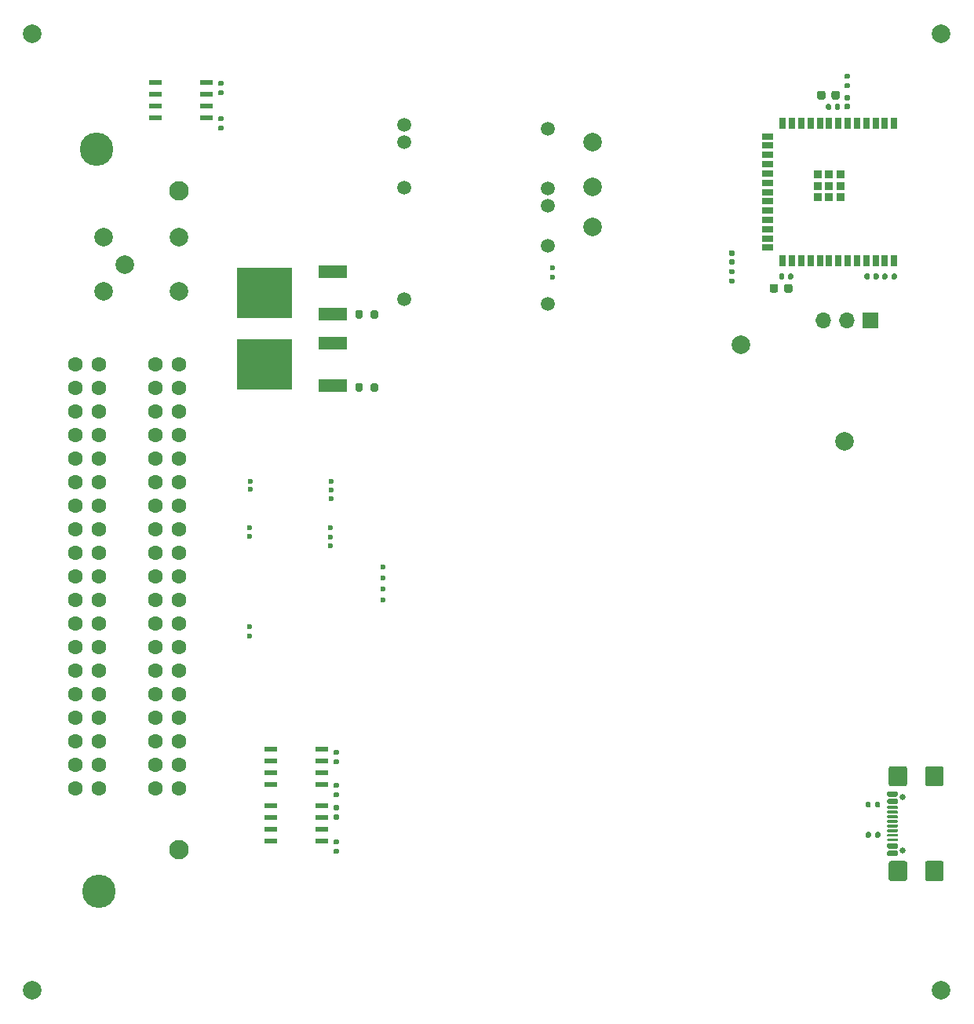
<source format=gts>
G04 #@! TF.GenerationSoftware,KiCad,Pcbnew,8.0.6-8.0.6-0~ubuntu22.04.1*
G04 #@! TF.CreationDate,2024-11-20T01:36:18+00:00*
G04 #@! TF.ProjectId,hellenbremen,68656c6c-656e-4627-9265-6d656e2e6b69,rev?*
G04 #@! TF.SameCoordinates,Original*
G04 #@! TF.FileFunction,Soldermask,Top*
G04 #@! TF.FilePolarity,Negative*
%FSLAX46Y46*%
G04 Gerber Fmt 4.6, Leading zero omitted, Abs format (unit mm)*
G04 Created by KiCad (PCBNEW 8.0.6-8.0.6-0~ubuntu22.04.1) date 2024-11-20 01:36:18*
%MOMM*%
%LPD*%
G01*
G04 APERTURE LIST*
%ADD10C,2.000000*%
%ADD11R,3.048000X1.397000*%
%ADD12R,5.918200X5.511800*%
%ADD13C,0.600000*%
%ADD14C,1.500000*%
%ADD15R,0.711200X1.295400*%
%ADD16R,1.295400X0.711200*%
%ADD17R,0.889000X0.889000*%
%ADD18R,1.700000X1.700000*%
%ADD19O,1.700000X1.700000*%
%ADD20R,1.460500X0.533400*%
%ADD21C,0.650000*%
%ADD22C,3.600000*%
%ADD23C,2.100000*%
%ADD24C,1.600000*%
G04 APERTURE END LIST*
G04 #@! TO.C,R2*
G36*
G01*
X93490000Y18981000D02*
X93490000Y18611000D01*
G75*
G02*
X93355000Y18476000I-135000J0D01*
G01*
X93085000Y18476000D01*
G75*
G02*
X92950000Y18611000I0J135000D01*
G01*
X92950000Y18981000D01*
G75*
G02*
X93085000Y19116000I135000J0D01*
G01*
X93355000Y19116000D01*
G75*
G02*
X93490000Y18981000I0J-135000D01*
G01*
G37*
G36*
G01*
X92470000Y18981000D02*
X92470000Y18611000D01*
G75*
G02*
X92335000Y18476000I-135000J0D01*
G01*
X92065000Y18476000D01*
G75*
G02*
X91930000Y18611000I0J135000D01*
G01*
X91930000Y18981000D01*
G75*
G02*
X92065000Y19116000I135000J0D01*
G01*
X92335000Y19116000D01*
G75*
G02*
X92470000Y18981000I0J-135000D01*
G01*
G37*
G04 #@! TD*
D10*
G04 #@! TO.C,FID1*
X2032000Y105156000D03*
G04 #@! TD*
G04 #@! TO.C,C1*
G36*
G01*
X86672000Y98302000D02*
X86672000Y98802000D01*
G75*
G02*
X86897000Y99027000I225000J0D01*
G01*
X87347000Y99027000D01*
G75*
G02*
X87572000Y98802000I0J-225000D01*
G01*
X87572000Y98302000D01*
G75*
G02*
X87347000Y98077000I-225000J0D01*
G01*
X86897000Y98077000D01*
G75*
G02*
X86672000Y98302000I0J225000D01*
G01*
G37*
G36*
G01*
X88222000Y98302000D02*
X88222000Y98802000D01*
G75*
G02*
X88447000Y99027000I225000J0D01*
G01*
X88897000Y99027000D01*
G75*
G02*
X89122000Y98802000I0J-225000D01*
G01*
X89122000Y98302000D01*
G75*
G02*
X88897000Y98077000I-225000J0D01*
G01*
X88447000Y98077000D01*
G75*
G02*
X88222000Y98302000I0J225000D01*
G01*
G37*
G04 #@! TD*
G04 #@! TO.C,R5*
G36*
G01*
X34613000Y18306000D02*
X34983000Y18306000D01*
G75*
G02*
X35118000Y18171000I0J-135000D01*
G01*
X35118000Y17901000D01*
G75*
G02*
X34983000Y17766000I-135000J0D01*
G01*
X34613000Y17766000D01*
G75*
G02*
X34478000Y17901000I0J135000D01*
G01*
X34478000Y18171000D01*
G75*
G02*
X34613000Y18306000I135000J0D01*
G01*
G37*
G36*
G01*
X34613000Y17286000D02*
X34983000Y17286000D01*
G75*
G02*
X35118000Y17151000I0J-135000D01*
G01*
X35118000Y16881000D01*
G75*
G02*
X34983000Y16746000I-135000J0D01*
G01*
X34613000Y16746000D01*
G75*
G02*
X34478000Y16881000I0J135000D01*
G01*
X34478000Y17151000D01*
G75*
G02*
X34613000Y17286000I135000J0D01*
G01*
G37*
G04 #@! TD*
G04 #@! TO.C,R7*
G36*
G01*
X77285000Y79795000D02*
X77655000Y79795000D01*
G75*
G02*
X77790000Y79660000I0J-135000D01*
G01*
X77790000Y79390000D01*
G75*
G02*
X77655000Y79255000I-135000J0D01*
G01*
X77285000Y79255000D01*
G75*
G02*
X77150000Y79390000I0J135000D01*
G01*
X77150000Y79660000D01*
G75*
G02*
X77285000Y79795000I135000J0D01*
G01*
G37*
G36*
G01*
X77285000Y78775000D02*
X77655000Y78775000D01*
G75*
G02*
X77790000Y78640000I0J-135000D01*
G01*
X77790000Y78370000D01*
G75*
G02*
X77655000Y78235000I-135000J0D01*
G01*
X77285000Y78235000D01*
G75*
G02*
X77150000Y78370000I0J135000D01*
G01*
X77150000Y78640000D01*
G75*
G02*
X77285000Y78775000I135000J0D01*
G01*
G37*
G04 #@! TD*
G04 #@! TO.C,R1*
G36*
G01*
X93480000Y22235000D02*
X93480000Y21865000D01*
G75*
G02*
X93345000Y21730000I-135000J0D01*
G01*
X93075000Y21730000D01*
G75*
G02*
X92940000Y21865000I0J135000D01*
G01*
X92940000Y22235000D01*
G75*
G02*
X93075000Y22370000I135000J0D01*
G01*
X93345000Y22370000D01*
G75*
G02*
X93480000Y22235000I0J-135000D01*
G01*
G37*
G36*
G01*
X92460000Y22235000D02*
X92460000Y21865000D01*
G75*
G02*
X92325000Y21730000I-135000J0D01*
G01*
X92055000Y21730000D01*
G75*
G02*
X91920000Y21865000I0J135000D01*
G01*
X91920000Y22235000D01*
G75*
G02*
X92055000Y22370000I135000J0D01*
G01*
X92325000Y22370000D01*
G75*
G02*
X92460000Y22235000I0J-135000D01*
G01*
G37*
G04 #@! TD*
D11*
G04 #@! TO.C,Q2*
X34394200Y74910000D03*
D12*
X27040900Y77200000D03*
D11*
X34394200Y79490000D03*
G04 #@! TD*
D10*
G04 #@! TO.C,FID4*
X100076000Y2032000D03*
G04 #@! TD*
G04 #@! TO.C,D3*
G36*
G01*
X91771000Y78821500D02*
X91771000Y79166500D01*
G75*
G02*
X91918500Y79314000I147500J0D01*
G01*
X92213500Y79314000D01*
G75*
G02*
X92361000Y79166500I0J-147500D01*
G01*
X92361000Y78821500D01*
G75*
G02*
X92213500Y78674000I-147500J0D01*
G01*
X91918500Y78674000D01*
G75*
G02*
X91771000Y78821500I0J147500D01*
G01*
G37*
G36*
G01*
X92741000Y78821500D02*
X92741000Y79166500D01*
G75*
G02*
X92888500Y79314000I147500J0D01*
G01*
X93183500Y79314000D01*
G75*
G02*
X93331000Y79166500I0J-147500D01*
G01*
X93331000Y78821500D01*
G75*
G02*
X93183500Y78674000I-147500J0D01*
G01*
X92888500Y78674000D01*
G75*
G02*
X92741000Y78821500I0J147500D01*
G01*
G37*
G04 #@! TD*
D13*
G04 #@! TO.C,M4*
X39837000Y45305000D03*
X39837000Y44105000D03*
X39837000Y46505000D03*
X39837000Y47705000D03*
X25412000Y41245000D03*
X25412000Y40245000D03*
G04 #@! TD*
G04 #@! TO.C,C4*
G36*
G01*
X82580000Y78824000D02*
X82580000Y79164000D01*
G75*
G02*
X82720000Y79304000I140000J0D01*
G01*
X83000000Y79304000D01*
G75*
G02*
X83140000Y79164000I0J-140000D01*
G01*
X83140000Y78824000D01*
G75*
G02*
X83000000Y78684000I-140000J0D01*
G01*
X82720000Y78684000D01*
G75*
G02*
X82580000Y78824000I0J140000D01*
G01*
G37*
G36*
G01*
X83540000Y78824000D02*
X83540000Y79164000D01*
G75*
G02*
X83680000Y79304000I140000J0D01*
G01*
X83960000Y79304000D01*
G75*
G02*
X84100000Y79164000I0J-140000D01*
G01*
X84100000Y78824000D01*
G75*
G02*
X83960000Y78684000I-140000J0D01*
G01*
X83680000Y78684000D01*
G75*
G02*
X83540000Y78824000I0J140000D01*
G01*
G37*
G04 #@! TD*
G04 #@! TO.C,R8*
G36*
G01*
X39325000Y67331000D02*
X39325000Y66781000D01*
G75*
G02*
X39125000Y66581000I-200000J0D01*
G01*
X38725000Y66581000D01*
G75*
G02*
X38525000Y66781000I0J200000D01*
G01*
X38525000Y67331000D01*
G75*
G02*
X38725000Y67531000I200000J0D01*
G01*
X39125000Y67531000D01*
G75*
G02*
X39325000Y67331000I0J-200000D01*
G01*
G37*
G36*
G01*
X37675000Y67331000D02*
X37675000Y66781000D01*
G75*
G02*
X37475000Y66581000I-200000J0D01*
G01*
X37075000Y66581000D01*
G75*
G02*
X36875000Y66781000I0J200000D01*
G01*
X36875000Y67331000D01*
G75*
G02*
X37075000Y67531000I200000J0D01*
G01*
X37475000Y67531000D01*
G75*
G02*
X37675000Y67331000I0J-200000D01*
G01*
G37*
G04 #@! TD*
D10*
G04 #@! TO.C,FID3*
X2032000Y2032000D03*
G04 #@! TD*
G04 #@! TO.C,D1*
G36*
G01*
X77297500Y81829000D02*
X77642500Y81829000D01*
G75*
G02*
X77790000Y81681500I0J-147500D01*
G01*
X77790000Y81386500D01*
G75*
G02*
X77642500Y81239000I-147500J0D01*
G01*
X77297500Y81239000D01*
G75*
G02*
X77150000Y81386500I0J147500D01*
G01*
X77150000Y81681500D01*
G75*
G02*
X77297500Y81829000I147500J0D01*
G01*
G37*
G36*
G01*
X77297500Y80859000D02*
X77642500Y80859000D01*
G75*
G02*
X77790000Y80711500I0J-147500D01*
G01*
X77790000Y80416500D01*
G75*
G02*
X77642500Y80269000I-147500J0D01*
G01*
X77297500Y80269000D01*
G75*
G02*
X77150000Y80416500I0J147500D01*
G01*
X77150000Y80711500D01*
G75*
G02*
X77297500Y80859000I147500J0D01*
G01*
G37*
G04 #@! TD*
G04 #@! TO.C,D2*
G36*
G01*
X90088500Y97010000D02*
X89743500Y97010000D01*
G75*
G02*
X89596000Y97157500I0J147500D01*
G01*
X89596000Y97452500D01*
G75*
G02*
X89743500Y97600000I147500J0D01*
G01*
X90088500Y97600000D01*
G75*
G02*
X90236000Y97452500I0J-147500D01*
G01*
X90236000Y97157500D01*
G75*
G02*
X90088500Y97010000I-147500J0D01*
G01*
G37*
G36*
G01*
X90088500Y97980000D02*
X89743500Y97980000D01*
G75*
G02*
X89596000Y98127500I0J147500D01*
G01*
X89596000Y98422500D01*
G75*
G02*
X89743500Y98570000I147500J0D01*
G01*
X90088500Y98570000D01*
G75*
G02*
X90236000Y98422500I0J-147500D01*
G01*
X90236000Y98127500D01*
G75*
G02*
X90088500Y97980000I-147500J0D01*
G01*
G37*
G04 #@! TD*
D11*
G04 #@! TO.C,Q1*
X34394200Y67210000D03*
D12*
X27040900Y69500000D03*
D11*
X34394200Y71790000D03*
G04 #@! TD*
D14*
G04 #@! TO.C,M2*
X57658995Y94922999D03*
X57658995Y88523002D03*
X57658995Y86622999D03*
X57658995Y82322999D03*
D13*
X58108994Y79923002D03*
X58108994Y78923001D03*
D14*
X57658995Y76072999D03*
X42158998Y95373001D03*
X42158998Y93523002D03*
X42158998Y88572999D03*
X42158998Y76523001D03*
G04 #@! TD*
G04 #@! TO.C,R11*
G36*
G01*
X39325000Y75205000D02*
X39325000Y74655000D01*
G75*
G02*
X39125000Y74455000I-200000J0D01*
G01*
X38725000Y74455000D01*
G75*
G02*
X38525000Y74655000I0J200000D01*
G01*
X38525000Y75205000D01*
G75*
G02*
X38725000Y75405000I200000J0D01*
G01*
X39125000Y75405000D01*
G75*
G02*
X39325000Y75205000I0J-200000D01*
G01*
G37*
G36*
G01*
X37675000Y75205000D02*
X37675000Y74655000D01*
G75*
G02*
X37475000Y74455000I-200000J0D01*
G01*
X37075000Y74455000D01*
G75*
G02*
X36875000Y74655000I0J200000D01*
G01*
X36875000Y75205000D01*
G75*
G02*
X37075000Y75405000I200000J0D01*
G01*
X37475000Y75405000D01*
G75*
G02*
X37675000Y75205000I0J-200000D01*
G01*
G37*
G04 #@! TD*
D10*
G04 #@! TO.C,TP5*
X89662000Y61214000D03*
G04 #@! TD*
D15*
G04 #@! TO.C,U1*
X94980001Y95504000D03*
X93980000Y95504000D03*
X92980000Y95504000D03*
X91979999Y95504000D03*
X90980001Y95504000D03*
X89980001Y95504000D03*
X88980000Y95504000D03*
X87979999Y95504000D03*
X86979999Y95504000D03*
X85980001Y95504000D03*
X84980000Y95504000D03*
X83980000Y95504000D03*
X82979999Y95504000D03*
D16*
X81330000Y94104001D03*
X81330000Y93104000D03*
X81330000Y92104000D03*
X81330000Y91103999D03*
X81330000Y90104001D03*
X81330000Y89104001D03*
X81330000Y88104000D03*
X81330000Y87103999D03*
X81330000Y86103999D03*
X81330000Y85104001D03*
X81330000Y84104000D03*
X81330000Y83104000D03*
X81330000Y82103999D03*
D15*
X82979999Y80704000D03*
X83980000Y80704000D03*
X84980000Y80704000D03*
X85980001Y80704000D03*
X86979999Y80704000D03*
X87979999Y80704000D03*
X88980000Y80704000D03*
X89980001Y80704000D03*
X90980001Y80704000D03*
X91979999Y80704000D03*
X92980000Y80704000D03*
X93980000Y80704000D03*
X94980001Y80704000D03*
D17*
X89180000Y89984000D03*
X89180000Y88784000D03*
X89180000Y87584000D03*
X87980000Y89984000D03*
X87980000Y88784000D03*
X87980000Y87584000D03*
X86780000Y89984000D03*
X86780000Y88784000D03*
X86780000Y87584000D03*
G04 #@! TD*
D10*
G04 #@! TO.C,TP4*
X62484000Y88646000D03*
G04 #@! TD*
D18*
G04 #@! TO.C,J2*
X92441000Y74290000D03*
D19*
X89901000Y74290000D03*
X87361000Y74290000D03*
G04 #@! TD*
D20*
G04 #@! TO.C,U2*
X33224150Y24190000D03*
X33224150Y25460000D03*
X33224150Y26730000D03*
X33224150Y28000000D03*
X27775850Y28000000D03*
X27775850Y26730000D03*
X27775850Y25460000D03*
X27775850Y24190000D03*
G04 #@! TD*
G04 #@! TO.C,C2*
G36*
G01*
X87632000Y97112000D02*
X87632000Y97452000D01*
G75*
G02*
X87772000Y97592000I140000J0D01*
G01*
X88052000Y97592000D01*
G75*
G02*
X88192000Y97452000I0J-140000D01*
G01*
X88192000Y97112000D01*
G75*
G02*
X88052000Y96972000I-140000J0D01*
G01*
X87772000Y96972000D01*
G75*
G02*
X87632000Y97112000I0J140000D01*
G01*
G37*
G36*
G01*
X88592000Y97112000D02*
X88592000Y97452000D01*
G75*
G02*
X88732000Y97592000I140000J0D01*
G01*
X89012000Y97592000D01*
G75*
G02*
X89152000Y97452000I0J-140000D01*
G01*
X89152000Y97112000D01*
G75*
G02*
X89012000Y96972000I-140000J0D01*
G01*
X88732000Y96972000D01*
G75*
G02*
X88592000Y97112000I0J140000D01*
G01*
G37*
G04 #@! TD*
D10*
G04 #@! TO.C,TP3*
X62470500Y84314501D03*
G04 #@! TD*
G04 #@! TO.C,R12*
G36*
G01*
X22167000Y96284000D02*
X22537000Y96284000D01*
G75*
G02*
X22672000Y96149000I0J-135000D01*
G01*
X22672000Y95879000D01*
G75*
G02*
X22537000Y95744000I-135000J0D01*
G01*
X22167000Y95744000D01*
G75*
G02*
X22032000Y95879000I0J135000D01*
G01*
X22032000Y96149000D01*
G75*
G02*
X22167000Y96284000I135000J0D01*
G01*
G37*
G36*
G01*
X22167000Y95264000D02*
X22537000Y95264000D01*
G75*
G02*
X22672000Y95129000I0J-135000D01*
G01*
X22672000Y94859000D01*
G75*
G02*
X22537000Y94724000I-135000J0D01*
G01*
X22167000Y94724000D01*
G75*
G02*
X22032000Y94859000I0J135000D01*
G01*
X22032000Y95129000D01*
G75*
G02*
X22167000Y95264000I135000J0D01*
G01*
G37*
G04 #@! TD*
D13*
G04 #@! TO.C,M6*
X34193000Y51874998D03*
X34193000Y50924998D03*
X34193000Y49975000D03*
X25493000Y50974998D03*
X25493000Y51874998D03*
G04 #@! TD*
D21*
G04 #@! TO.C,J3*
X95895000Y17110000D03*
X95895000Y22890000D03*
G36*
G01*
X95245000Y16500000D02*
X94395000Y16500000D01*
G75*
G02*
X94245000Y16650000I0J150000D01*
G01*
X94245000Y16950000D01*
G75*
G02*
X94395000Y17100000I150000J0D01*
G01*
X95245000Y17100000D01*
G75*
G02*
X95395000Y16950000I0J-150000D01*
G01*
X95395000Y16650000D01*
G75*
G02*
X95245000Y16500000I-150000J0D01*
G01*
G37*
G36*
G01*
X95245000Y17300000D02*
X94395000Y17300000D01*
G75*
G02*
X94245000Y17450000I0J150000D01*
G01*
X94245000Y17750000D01*
G75*
G02*
X94395000Y17900000I150000J0D01*
G01*
X95245000Y17900000D01*
G75*
G02*
X95395000Y17750000I0J-150000D01*
G01*
X95395000Y17450000D01*
G75*
G02*
X95245000Y17300000I-150000J0D01*
G01*
G37*
G36*
G01*
X95320000Y18600000D02*
X94320000Y18600000D01*
G75*
G02*
X94245000Y18675000I0J75000D01*
G01*
X94245000Y18825000D01*
G75*
G02*
X94320000Y18900000I75000J0D01*
G01*
X95320000Y18900000D01*
G75*
G02*
X95395000Y18825000I0J-75000D01*
G01*
X95395000Y18675000D01*
G75*
G02*
X95320000Y18600000I-75000J0D01*
G01*
G37*
G36*
G01*
X95320000Y19600000D02*
X94320000Y19600000D01*
G75*
G02*
X94245000Y19675000I0J75000D01*
G01*
X94245000Y19825000D01*
G75*
G02*
X94320000Y19900000I75000J0D01*
G01*
X95320000Y19900000D01*
G75*
G02*
X95395000Y19825000I0J-75000D01*
G01*
X95395000Y19675000D01*
G75*
G02*
X95320000Y19600000I-75000J0D01*
G01*
G37*
G36*
G01*
X95320000Y20100000D02*
X94320000Y20100000D01*
G75*
G02*
X94245000Y20175000I0J75000D01*
G01*
X94245000Y20325000D01*
G75*
G02*
X94320000Y20400000I75000J0D01*
G01*
X95320000Y20400000D01*
G75*
G02*
X95395000Y20325000I0J-75000D01*
G01*
X95395000Y20175000D01*
G75*
G02*
X95320000Y20100000I-75000J0D01*
G01*
G37*
G36*
G01*
X95320000Y21100000D02*
X94320000Y21100000D01*
G75*
G02*
X94245000Y21175000I0J75000D01*
G01*
X94245000Y21325000D01*
G75*
G02*
X94320000Y21400000I75000J0D01*
G01*
X95320000Y21400000D01*
G75*
G02*
X95395000Y21325000I0J-75000D01*
G01*
X95395000Y21175000D01*
G75*
G02*
X95320000Y21100000I-75000J0D01*
G01*
G37*
G36*
G01*
X95245000Y22100000D02*
X94395000Y22100000D01*
G75*
G02*
X94245000Y22250000I0J150000D01*
G01*
X94245000Y22550000D01*
G75*
G02*
X94395000Y22700000I150000J0D01*
G01*
X95245000Y22700000D01*
G75*
G02*
X95395000Y22550000I0J-150000D01*
G01*
X95395000Y22250000D01*
G75*
G02*
X95245000Y22100000I-150000J0D01*
G01*
G37*
G36*
G01*
X95245000Y22900000D02*
X94395000Y22900000D01*
G75*
G02*
X94245000Y23050000I0J150000D01*
G01*
X94245000Y23350000D01*
G75*
G02*
X94395000Y23500000I150000J0D01*
G01*
X95245000Y23500000D01*
G75*
G02*
X95395000Y23350000I0J-150000D01*
G01*
X95395000Y23050000D01*
G75*
G02*
X95245000Y22900000I-150000J0D01*
G01*
G37*
G36*
G01*
X95245000Y22900000D02*
X94395000Y22900000D01*
G75*
G02*
X94245000Y23050000I0J150000D01*
G01*
X94245000Y23350000D01*
G75*
G02*
X94395000Y23500000I150000J0D01*
G01*
X95245000Y23500000D01*
G75*
G02*
X95395000Y23350000I0J-150000D01*
G01*
X95395000Y23050000D01*
G75*
G02*
X95245000Y22900000I-150000J0D01*
G01*
G37*
G36*
G01*
X95245000Y22100000D02*
X94395000Y22100000D01*
G75*
G02*
X94245000Y22250000I0J150000D01*
G01*
X94245000Y22550000D01*
G75*
G02*
X94395000Y22700000I150000J0D01*
G01*
X95245000Y22700000D01*
G75*
G02*
X95395000Y22550000I0J-150000D01*
G01*
X95395000Y22250000D01*
G75*
G02*
X95245000Y22100000I-150000J0D01*
G01*
G37*
G36*
G01*
X95320000Y21600000D02*
X94320000Y21600000D01*
G75*
G02*
X94245000Y21675000I0J75000D01*
G01*
X94245000Y21825000D01*
G75*
G02*
X94320000Y21900000I75000J0D01*
G01*
X95320000Y21900000D01*
G75*
G02*
X95395000Y21825000I0J-75000D01*
G01*
X95395000Y21675000D01*
G75*
G02*
X95320000Y21600000I-75000J0D01*
G01*
G37*
G36*
G01*
X95320000Y20600000D02*
X94320000Y20600000D01*
G75*
G02*
X94245000Y20675000I0J75000D01*
G01*
X94245000Y20825000D01*
G75*
G02*
X94320000Y20900000I75000J0D01*
G01*
X95320000Y20900000D01*
G75*
G02*
X95395000Y20825000I0J-75000D01*
G01*
X95395000Y20675000D01*
G75*
G02*
X95320000Y20600000I-75000J0D01*
G01*
G37*
G36*
G01*
X95320000Y19100000D02*
X94320000Y19100000D01*
G75*
G02*
X94245000Y19175000I0J75000D01*
G01*
X94245000Y19325000D01*
G75*
G02*
X94320000Y19400000I75000J0D01*
G01*
X95320000Y19400000D01*
G75*
G02*
X95395000Y19325000I0J-75000D01*
G01*
X95395000Y19175000D01*
G75*
G02*
X95320000Y19100000I-75000J0D01*
G01*
G37*
G36*
G01*
X95320000Y18100000D02*
X94320000Y18100000D01*
G75*
G02*
X94245000Y18175000I0J75000D01*
G01*
X94245000Y18325000D01*
G75*
G02*
X94320000Y18400000I75000J0D01*
G01*
X95320000Y18400000D01*
G75*
G02*
X95395000Y18325000I0J-75000D01*
G01*
X95395000Y18175000D01*
G75*
G02*
X95320000Y18100000I-75000J0D01*
G01*
G37*
G36*
G01*
X95245000Y17300000D02*
X94395000Y17300000D01*
G75*
G02*
X94245000Y17450000I0J150000D01*
G01*
X94245000Y17750000D01*
G75*
G02*
X94395000Y17900000I150000J0D01*
G01*
X95245000Y17900000D01*
G75*
G02*
X95395000Y17750000I0J-150000D01*
G01*
X95395000Y17450000D01*
G75*
G02*
X95245000Y17300000I-150000J0D01*
G01*
G37*
G36*
G01*
X95245000Y16500000D02*
X94395000Y16500000D01*
G75*
G02*
X94245000Y16650000I0J150000D01*
G01*
X94245000Y16950000D01*
G75*
G02*
X94395000Y17100000I150000J0D01*
G01*
X95245000Y17100000D01*
G75*
G02*
X95395000Y16950000I0J-150000D01*
G01*
X95395000Y16650000D01*
G75*
G02*
X95245000Y16500000I-150000J0D01*
G01*
G37*
G36*
G01*
X96145000Y13800000D02*
X94645000Y13800000D01*
G75*
G02*
X94395000Y14050000I0J250000D01*
G01*
X94395000Y15730000D01*
G75*
G02*
X94645000Y15980000I250000J0D01*
G01*
X96145000Y15980000D01*
G75*
G02*
X96395000Y15730000I0J-250000D01*
G01*
X96395000Y14050000D01*
G75*
G02*
X96145000Y13800000I-250000J0D01*
G01*
G37*
G36*
G01*
X100075000Y13800000D02*
X98575000Y13800000D01*
G75*
G02*
X98325000Y14050000I0J250000D01*
G01*
X98325000Y15730000D01*
G75*
G02*
X98575000Y15980000I250000J0D01*
G01*
X100075000Y15980000D01*
G75*
G02*
X100325000Y15730000I0J-250000D01*
G01*
X100325000Y14050000D01*
G75*
G02*
X100075000Y13800000I-250000J0D01*
G01*
G37*
G36*
G01*
X96145000Y24020000D02*
X94645000Y24020000D01*
G75*
G02*
X94395000Y24270000I0J250000D01*
G01*
X94395000Y25950000D01*
G75*
G02*
X94645000Y26200000I250000J0D01*
G01*
X96145000Y26200000D01*
G75*
G02*
X96395000Y25950000I0J-250000D01*
G01*
X96395000Y24270000D01*
G75*
G02*
X96145000Y24020000I-250000J0D01*
G01*
G37*
G36*
G01*
X100075000Y24020000D02*
X98575000Y24020000D01*
G75*
G02*
X98325000Y24270000I0J250000D01*
G01*
X98325000Y25950000D01*
G75*
G02*
X98575000Y26200000I250000J0D01*
G01*
X100075000Y26200000D01*
G75*
G02*
X100325000Y25950000I0J-250000D01*
G01*
X100325000Y24270000D01*
G75*
G02*
X100075000Y24020000I-250000J0D01*
G01*
G37*
G04 #@! TD*
D20*
G04 #@! TO.C,U3*
X33224150Y18095000D03*
X33224150Y19365000D03*
X33224150Y20635000D03*
X33224150Y21905000D03*
X27775850Y21905000D03*
X27775850Y20635000D03*
X27775850Y19365000D03*
X27775850Y18095000D03*
G04 #@! TD*
G04 #@! TO.C,C3*
G36*
G01*
X81566000Y77474000D02*
X81566000Y77974000D01*
G75*
G02*
X81791000Y78199000I225000J0D01*
G01*
X82241000Y78199000D01*
G75*
G02*
X82466000Y77974000I0J-225000D01*
G01*
X82466000Y77474000D01*
G75*
G02*
X82241000Y77249000I-225000J0D01*
G01*
X81791000Y77249000D01*
G75*
G02*
X81566000Y77474000I0J225000D01*
G01*
G37*
G36*
G01*
X83116000Y77474000D02*
X83116000Y77974000D01*
G75*
G02*
X83341000Y78199000I225000J0D01*
G01*
X83791000Y78199000D01*
G75*
G02*
X84016000Y77974000I0J-225000D01*
G01*
X84016000Y77474000D01*
G75*
G02*
X83791000Y77249000I-225000J0D01*
G01*
X83341000Y77249000D01*
G75*
G02*
X83116000Y77474000I0J225000D01*
G01*
G37*
G04 #@! TD*
G04 #@! TO.C,R10*
G36*
G01*
X95270000Y79179000D02*
X95270000Y78809000D01*
G75*
G02*
X95135000Y78674000I-135000J0D01*
G01*
X94865000Y78674000D01*
G75*
G02*
X94730000Y78809000I0J135000D01*
G01*
X94730000Y79179000D01*
G75*
G02*
X94865000Y79314000I135000J0D01*
G01*
X95135000Y79314000D01*
G75*
G02*
X95270000Y79179000I0J-135000D01*
G01*
G37*
G36*
G01*
X94250000Y79179000D02*
X94250000Y78809000D01*
G75*
G02*
X94115000Y78674000I-135000J0D01*
G01*
X93845000Y78674000D01*
G75*
G02*
X93710000Y78809000I0J135000D01*
G01*
X93710000Y79179000D01*
G75*
G02*
X93845000Y79314000I135000J0D01*
G01*
X94115000Y79314000D01*
G75*
G02*
X94250000Y79179000I0J-135000D01*
G01*
G37*
G04 #@! TD*
D13*
G04 #@! TO.C,M5*
X34243000Y56929998D03*
X34243000Y55979998D03*
X34243000Y55030000D03*
X25543000Y56029998D03*
X25543000Y56929998D03*
G04 #@! TD*
G04 #@! TO.C,R13*
G36*
G01*
X22537000Y98534000D02*
X22167000Y98534000D01*
G75*
G02*
X22032000Y98669000I0J135000D01*
G01*
X22032000Y98939000D01*
G75*
G02*
X22167000Y99074000I135000J0D01*
G01*
X22537000Y99074000D01*
G75*
G02*
X22672000Y98939000I0J-135000D01*
G01*
X22672000Y98669000D01*
G75*
G02*
X22537000Y98534000I-135000J0D01*
G01*
G37*
G36*
G01*
X22537000Y99554000D02*
X22167000Y99554000D01*
G75*
G02*
X22032000Y99689000I0J135000D01*
G01*
X22032000Y99959000D01*
G75*
G02*
X22167000Y100094000I135000J0D01*
G01*
X22537000Y100094000D01*
G75*
G02*
X22672000Y99959000I0J-135000D01*
G01*
X22672000Y99689000D01*
G75*
G02*
X22537000Y99554000I-135000J0D01*
G01*
G37*
G04 #@! TD*
G04 #@! TO.C,R3*
G36*
G01*
X34613000Y24402000D02*
X34983000Y24402000D01*
G75*
G02*
X35118000Y24267000I0J-135000D01*
G01*
X35118000Y23997000D01*
G75*
G02*
X34983000Y23862000I-135000J0D01*
G01*
X34613000Y23862000D01*
G75*
G02*
X34478000Y23997000I0J135000D01*
G01*
X34478000Y24267000D01*
G75*
G02*
X34613000Y24402000I135000J0D01*
G01*
G37*
G36*
G01*
X34613000Y23382000D02*
X34983000Y23382000D01*
G75*
G02*
X35118000Y23247000I0J-135000D01*
G01*
X35118000Y22977000D01*
G75*
G02*
X34983000Y22842000I-135000J0D01*
G01*
X34613000Y22842000D01*
G75*
G02*
X34478000Y22977000I0J135000D01*
G01*
X34478000Y23247000D01*
G75*
G02*
X34613000Y23382000I135000J0D01*
G01*
G37*
G04 #@! TD*
G04 #@! TO.C,R6*
G36*
G01*
X34989425Y20436578D02*
X34619425Y20436578D01*
G75*
G02*
X34484425Y20571578I0J135000D01*
G01*
X34484425Y20841578D01*
G75*
G02*
X34619425Y20976578I135000J0D01*
G01*
X34989425Y20976578D01*
G75*
G02*
X35124425Y20841578I0J-135000D01*
G01*
X35124425Y20571578D01*
G75*
G02*
X34989425Y20436578I-135000J0D01*
G01*
G37*
G36*
G01*
X34989425Y21456578D02*
X34619425Y21456578D01*
G75*
G02*
X34484425Y21591578I0J135000D01*
G01*
X34484425Y21861578D01*
G75*
G02*
X34619425Y21996578I135000J0D01*
G01*
X34989425Y21996578D01*
G75*
G02*
X35124425Y21861578I0J-135000D01*
G01*
X35124425Y21591578D01*
G75*
G02*
X34989425Y21456578I-135000J0D01*
G01*
G37*
G04 #@! TD*
G04 #@! TO.C,R4*
G36*
G01*
X34983000Y26398000D02*
X34613000Y26398000D01*
G75*
G02*
X34478000Y26533000I0J135000D01*
G01*
X34478000Y26803000D01*
G75*
G02*
X34613000Y26938000I135000J0D01*
G01*
X34983000Y26938000D01*
G75*
G02*
X35118000Y26803000I0J-135000D01*
G01*
X35118000Y26533000D01*
G75*
G02*
X34983000Y26398000I-135000J0D01*
G01*
G37*
G36*
G01*
X34983000Y27418000D02*
X34613000Y27418000D01*
G75*
G02*
X34478000Y27553000I0J135000D01*
G01*
X34478000Y27823000D01*
G75*
G02*
X34613000Y27958000I135000J0D01*
G01*
X34983000Y27958000D01*
G75*
G02*
X35118000Y27823000I0J-135000D01*
G01*
X35118000Y27553000D01*
G75*
G02*
X34983000Y27418000I-135000J0D01*
G01*
G37*
G04 #@! TD*
D10*
G04 #@! TO.C,FID2*
X100076000Y105156000D03*
G04 #@! TD*
G04 #@! TO.C,R9*
G36*
G01*
X89731000Y100856000D02*
X90101000Y100856000D01*
G75*
G02*
X90236000Y100721000I0J-135000D01*
G01*
X90236000Y100451000D01*
G75*
G02*
X90101000Y100316000I-135000J0D01*
G01*
X89731000Y100316000D01*
G75*
G02*
X89596000Y100451000I0J135000D01*
G01*
X89596000Y100721000D01*
G75*
G02*
X89731000Y100856000I135000J0D01*
G01*
G37*
G36*
G01*
X89731000Y99836000D02*
X90101000Y99836000D01*
G75*
G02*
X90236000Y99701000I0J-135000D01*
G01*
X90236000Y99431000D01*
G75*
G02*
X90101000Y99296000I-135000J0D01*
G01*
X89731000Y99296000D01*
G75*
G02*
X89596000Y99431000I0J135000D01*
G01*
X89596000Y99701000D01*
G75*
G02*
X89731000Y99836000I135000J0D01*
G01*
G37*
G04 #@! TD*
G04 #@! TO.C,TP2*
X78486000Y71628000D03*
G04 #@! TD*
D20*
G04 #@! TO.C,U4*
X20758150Y96095000D03*
X20758150Y97365000D03*
X20758150Y98635000D03*
X20758150Y99905000D03*
X15309850Y99905000D03*
X15309850Y98635000D03*
X15309850Y97365000D03*
X15309850Y96095000D03*
G04 #@! TD*
D10*
G04 #@! TO.C,TP1*
X62484000Y93472000D03*
G04 #@! TD*
D22*
G04 #@! TO.C,J1*
X8910000Y92700000D03*
D23*
X17810000Y88200000D03*
X17810000Y17200000D03*
D22*
X9210000Y12700000D03*
D10*
X9670000Y83200000D03*
X9670000Y77400000D03*
X12000000Y80300000D03*
X17800000Y83200000D03*
X17800000Y77400000D03*
D24*
X17800000Y23780000D03*
X17800000Y26320000D03*
X17800000Y28860000D03*
X17800000Y31400000D03*
X17800000Y33940000D03*
X17800000Y36480000D03*
X17800000Y39020000D03*
X17800000Y41560000D03*
X17800000Y44100000D03*
X17800000Y46640000D03*
X17800000Y49180000D03*
X17800000Y51720000D03*
X17800000Y54260000D03*
X17800000Y56800000D03*
X17800000Y59340000D03*
X17800000Y61880000D03*
X17800000Y64420000D03*
X17800000Y66960000D03*
X17800000Y69500000D03*
X15260000Y23780000D03*
X15260000Y26320000D03*
X15260000Y28860000D03*
X15260000Y31400000D03*
X15260000Y33940000D03*
X15260000Y36480000D03*
X15260000Y39020000D03*
X15260000Y41560000D03*
X15260000Y44100000D03*
X15260000Y46640000D03*
X15260000Y49180000D03*
X15260000Y51720000D03*
X15260000Y54260000D03*
X15260000Y56800000D03*
X15260000Y59340000D03*
X15260000Y61880000D03*
X15260000Y64420000D03*
X15260000Y66960000D03*
X15260000Y69500000D03*
X9210000Y23780000D03*
X9210000Y26320000D03*
X9210000Y28860000D03*
X9210000Y31400000D03*
X9210000Y33940000D03*
X9210000Y36480000D03*
X9210000Y39020000D03*
X9210000Y41560000D03*
X9210000Y44100000D03*
X9210000Y46640000D03*
X9210000Y49180000D03*
X9210000Y51720000D03*
X9210000Y54260000D03*
X9210000Y56800000D03*
X9210000Y59340000D03*
X9210000Y61880000D03*
X9210000Y64420000D03*
X9210000Y66960000D03*
X9210000Y69500000D03*
X6670000Y23780000D03*
X6670000Y26320000D03*
X6670000Y28860000D03*
X6670000Y31400000D03*
X6670000Y33940000D03*
X6670000Y36480000D03*
X6670000Y39020000D03*
X6670000Y41560000D03*
X6670000Y44100000D03*
X6670000Y46640000D03*
X6670000Y49180000D03*
X6670000Y51720000D03*
X6670000Y54260000D03*
X6670000Y56800000D03*
X6670000Y59340000D03*
X6670000Y61880000D03*
X6670000Y64420000D03*
X6670000Y66960000D03*
X6670000Y69500000D03*
G04 #@! TD*
M02*

</source>
